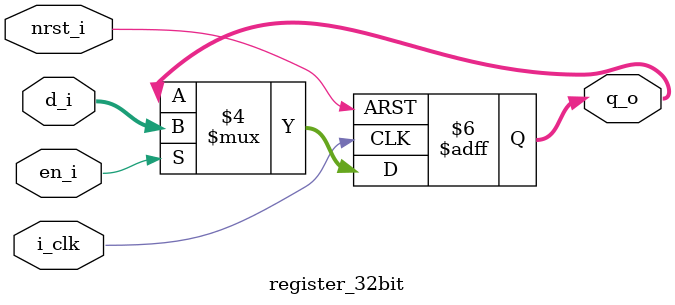
<source format=sv>
  module register_32bit (
      input  wire        i_clk,
      input  wire        nrst_i,
      input  wire        en_i,
      input  wire [31:0] d_i,
      output reg  [31:0] q_o
  ); //da hal check va khong co loi

    always @(posedge i_clk or negedge nrst_i) begin
      if (~nrst_i) begin
        q_o <= 0;
      end else if (en_i) begin
        q_o <= d_i;
      end else begin
         q_o <= q_o;
      end
    end
  endmodule


</source>
